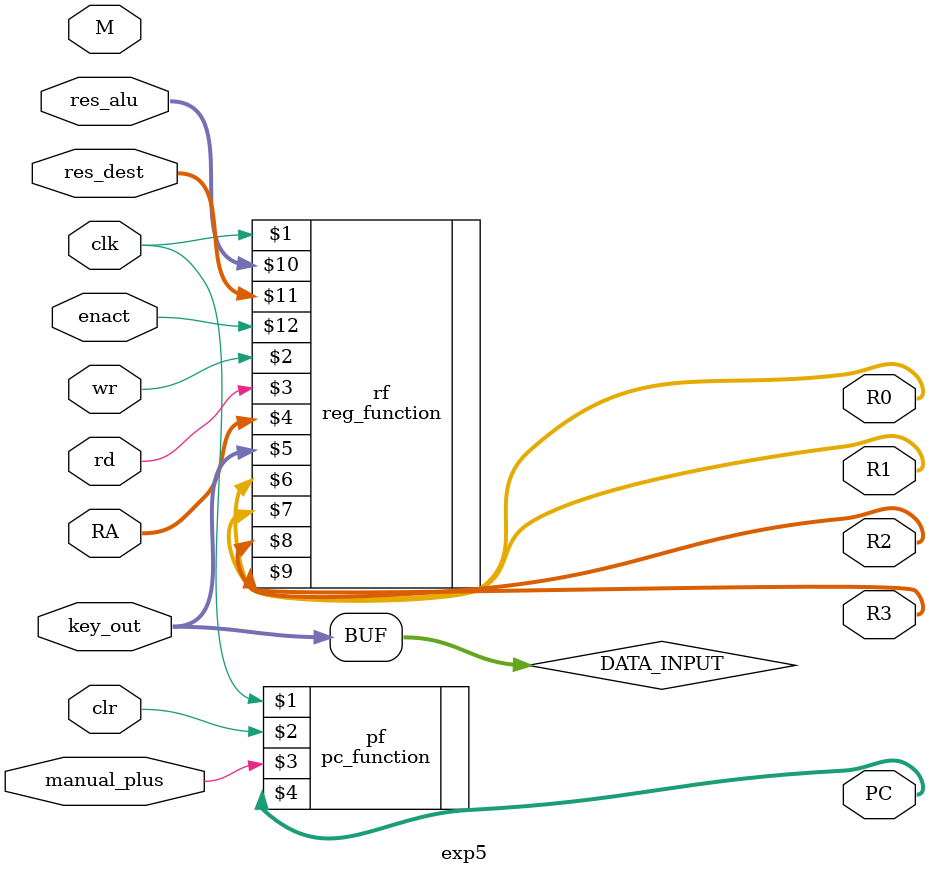
<source format=v>
module exp5(
	input clk,
	input [1:0]RA,
	input wr,
	input rd,
	input [1:0]M,
	input clr,
	input manual_plus,
	input [7:0] key_out,
	input [7:0] res_alu,
	input [1:0] res_dest,
	input enact,
	output [7:0] R0,
	output [7:0] R1,
	output [7:0] R2,
	output [7:0] R3,
	output [7:0] PC
);
	wire [7:0] DATA_INPUT;
	assign DATA_INPUT=key_out;
	pc_function pf  (clk,clr,manual_plus,PC);
	reg_function rf (clk,wr,rd,RA,DATA_INPUT,R0,R1,R2,R3,res_alu,res_dest,enact);
endmodule

</source>
